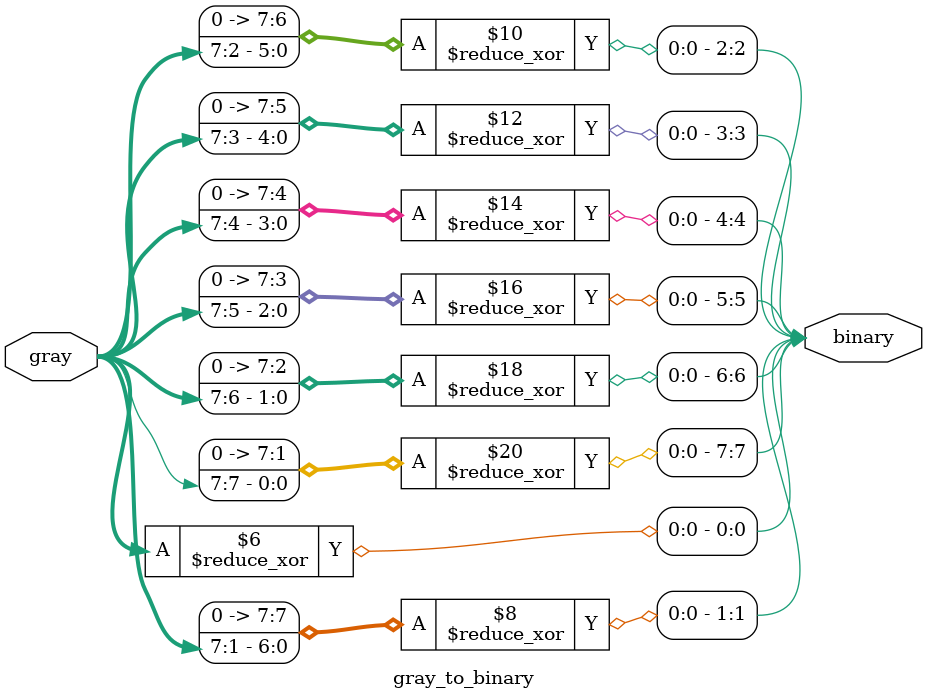
<source format=sv>
/*
 * Implementation of a gray to binary decoder (decodes gray)
 */
 
module gray_to_binary#(parameter BITSIZE = 8)(
    input        [BITSIZE-1:0] gray,             //Gray code being decoded to binary
    output logic [BITSIZE-1:0] binary     //Binary code output
);

    genvar i;
    always_comb begin
        for(int i = 0; i < BITSIZE; i ++) begin
            binary[i] = ^(gray >> i);
        end        
    end
    
endmodule
</source>
